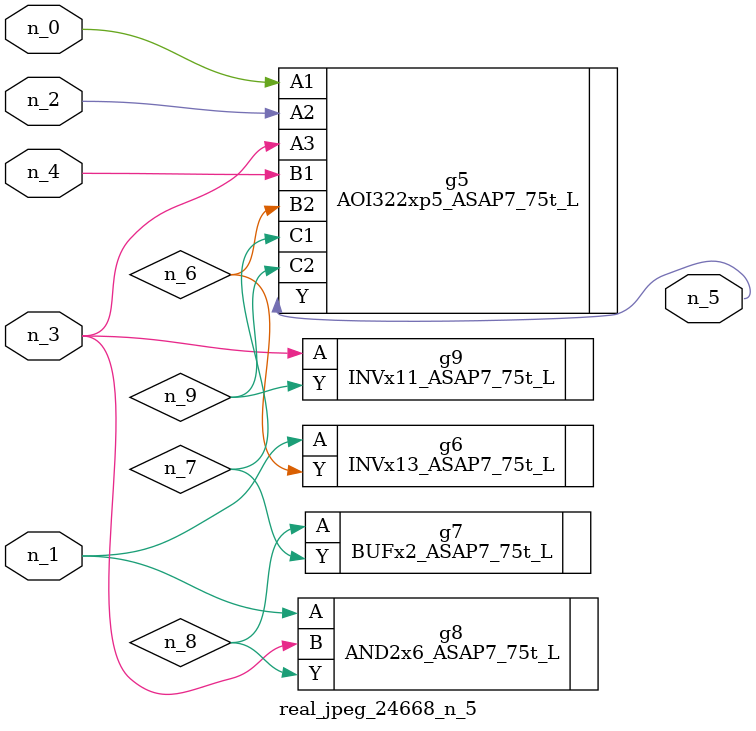
<source format=v>
module real_jpeg_24668_n_5 (n_4, n_0, n_1, n_2, n_3, n_5);

input n_4;
input n_0;
input n_1;
input n_2;
input n_3;

output n_5;

wire n_8;
wire n_6;
wire n_7;
wire n_9;

AOI322xp5_ASAP7_75t_L g5 ( 
.A1(n_0),
.A2(n_2),
.A3(n_3),
.B1(n_4),
.B2(n_6),
.C1(n_7),
.C2(n_9),
.Y(n_5)
);

INVx13_ASAP7_75t_L g6 ( 
.A(n_1),
.Y(n_6)
);

AND2x6_ASAP7_75t_L g8 ( 
.A(n_1),
.B(n_3),
.Y(n_8)
);

INVx11_ASAP7_75t_L g9 ( 
.A(n_3),
.Y(n_9)
);

BUFx2_ASAP7_75t_L g7 ( 
.A(n_8),
.Y(n_7)
);


endmodule
</source>
